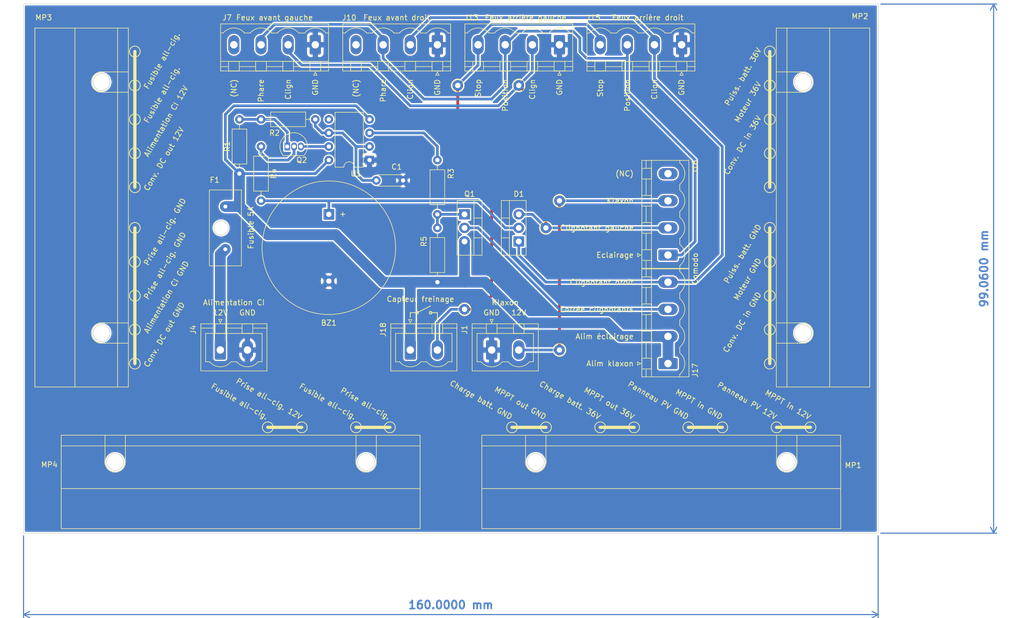
<source format=kicad_pcb>
(kicad_pcb (version 20211014) (generator pcbnew)

  (general
    (thickness 1.6)
  )

  (paper "A4")
  (layers
    (0 "F.Cu" signal)
    (31 "B.Cu" signal)
    (32 "B.Adhes" user "B.Adhesive")
    (33 "F.Adhes" user "F.Adhesive")
    (34 "B.Paste" user)
    (35 "F.Paste" user)
    (36 "B.SilkS" user "B.Silkscreen")
    (37 "F.SilkS" user "F.Silkscreen")
    (38 "B.Mask" user)
    (39 "F.Mask" user)
    (40 "Dwgs.User" user "User.Drawings")
    (41 "Cmts.User" user "User.Comments")
    (42 "Eco1.User" user "User.Eco1")
    (43 "Eco2.User" user "User.Eco2")
    (44 "Edge.Cuts" user)
    (45 "Margin" user)
    (46 "B.CrtYd" user "B.Courtyard")
    (47 "F.CrtYd" user "F.Courtyard")
    (48 "B.Fab" user)
    (49 "F.Fab" user)
    (50 "User.1" user)
    (51 "User.2" user)
    (52 "User.3" user)
    (53 "User.4" user)
    (54 "User.5" user)
    (55 "User.6" user)
    (56 "User.7" user)
    (57 "User.8" user)
    (58 "User.9" user)
  )

  (setup
    (stackup
      (layer "F.SilkS" (type "Top Silk Screen"))
      (layer "F.Paste" (type "Top Solder Paste"))
      (layer "F.Mask" (type "Top Solder Mask") (thickness 0.01))
      (layer "F.Cu" (type "copper") (thickness 0.035))
      (layer "dielectric 1" (type "core") (thickness 1.51) (material "FR4") (epsilon_r 4.5) (loss_tangent 0.02))
      (layer "B.Cu" (type "copper") (thickness 0.035))
      (layer "B.Mask" (type "Bottom Solder Mask") (thickness 0.01))
      (layer "B.Paste" (type "Bottom Solder Paste"))
      (layer "B.SilkS" (type "Bottom Silk Screen"))
      (copper_finish "None")
      (dielectric_constraints no)
    )
    (pad_to_mask_clearance 0)
    (pcbplotparams
      (layerselection 0x00010e0_ffffffff)
      (disableapertmacros false)
      (usegerberextensions false)
      (usegerberattributes true)
      (usegerberadvancedattributes true)
      (creategerberjobfile true)
      (svguseinch false)
      (svgprecision 6)
      (excludeedgelayer true)
      (plotframeref false)
      (viasonmask false)
      (mode 1)
      (useauxorigin false)
      (hpglpennumber 1)
      (hpglpenspeed 20)
      (hpglpendiameter 15.000000)
      (dxfpolygonmode true)
      (dxfimperialunits true)
      (dxfusepcbnewfont true)
      (psnegative false)
      (psa4output false)
      (plotreference true)
      (plotvalue true)
      (plotinvisibletext false)
      (sketchpadsonfab false)
      (subtractmaskfromsilk false)
      (outputformat 1)
      (mirror false)
      (drillshape 0)
      (scaleselection 1)
      (outputdirectory "")
    )
  )

  (net 0 "")
  (net 1 "GND")
  (net 2 "Net-(F1-Pad2)")
  (net 3 "Net-(D1-Pad1)")
  (net 4 "unconnected-(J7-Pad4)")
  (net 5 "unconnected-(J10-Pad4)")
  (net 6 "Net-(J10-Pad3)")
  (net 7 "Net-(J13-Pad4)")
  (net 8 "Net-(J1-Pad2)")
  (net 9 "/Flasher/Out")
  (net 10 "unconnected-(J17-Pad4)")
  (net 11 "/12V_5A")
  (net 12 "Net-(Q1-Pad1)")
  (net 13 "Net-(C1-Pad1)")
  (net 14 "Net-(D1-Pad3)")
  (net 15 "Net-(Q2-Pad1)")
  (net 16 "unconnected-(U1-Pad5)")
  (net 17 "Net-(Q2-Pad2)")
  (net 18 "/Flasher/Enable")
  (net 19 "Net-(Q2-Pad3)")
  (net 20 "Net-(R3-Pad1)")

  (footprint "circuit:Wago_221-500_SplicingConnectorHolder" (layer "F.Cu") (at 94.615 72.39 90))

  (footprint "circuit:Buzzer_25x16_12.5" (layer "F.Cu") (at 137.16 73.66 -90))

  (footprint "circuit:Strap_D2.0mm_Drill1.0mm" (layer "F.Cu") (at 172.72 49.53))

  (footprint "circuit:Wago_221-500_SplicingConnectorHolder" (layer "F.Cu") (at 120.65 120.015 180))

  (footprint "circuit:Littelfuse_FuseHolder_FL1_178.6764.0001" (layer "F.Cu") (at 117.78 76.2 -90))

  (footprint "circuit:Generic_HeaderSocket_1x02_P5.08mm_Vertical_Open" (layer "F.Cu") (at 116.84 99.06))

  (footprint "Resistor_THT:R_Axial_DIN0207_L6.3mm_D2.5mm_P10.16mm_Horizontal" (layer "F.Cu") (at 157.48 63.5 -90))

  (footprint "circuit:Generic_HeaderSocket_1x04_P5.08mm_Vertical_Open" (layer "F.Cu") (at 180.34 41.91 180))

  (footprint "Package_DIP:DIP-8_W7.62mm" (layer "F.Cu") (at 144.78 63.5 180))

  (footprint "circuit:Strap_D2.0mm_Drill1.0mm" (layer "F.Cu") (at 177.8 76.2))

  (footprint "circuit:Strap_D2.0mm_Drill1.0mm" (layer "F.Cu") (at 180.34 99.06))

  (footprint "circuit:Generic_HeaderSocket_1x04_P5.08mm_Vertical_Open" (layer "F.Cu") (at 203.2 41.91 180))

  (footprint "Package_TO_SOT_THT:TO-220-3_Vertical" (layer "F.Cu") (at 172.72 78.74 90))

  (footprint "Package_TO_SOT_THT:TO-92L_Inline" (layer "F.Cu") (at 129.38 60.96))

  (footprint "circuit:Generic_HeaderSocket_1x04_P5.08mm_Vertical_Open" (layer "F.Cu") (at 134.62 41.91 180))

  (footprint "circuit:Generic_HeaderSocket_1x04_P5.08mm_Vertical_Open" (layer "F.Cu") (at 200.66 101.6 90))

  (footprint "Resistor_THT:R_Axial_DIN0207_L6.3mm_D2.5mm_P10.16mm_Horizontal" (layer "F.Cu") (at 157.48 86.36 90))

  (footprint "circuit:Wago_221-500_SplicingConnectorHolder" (layer "F.Cu") (at 225.933 72.39 -90))

  (footprint "Resistor_THT:R_Axial_DIN0207_L6.3mm_D2.5mm_P10.16mm_Horizontal" (layer "F.Cu") (at 124.46 60.96 -90))

  (footprint "circuit:Strap_D2.0mm_Drill1.0mm" (layer "F.Cu") (at 162.56 91.44))

  (footprint "Resistor_THT:R_Axial_DIN0207_L6.3mm_D2.5mm_P10.16mm_Horizontal" (layer "F.Cu") (at 120.42 66.04 90))

  (footprint "Resistor_THT:R_Axial_DIN0207_L6.3mm_D2.5mm_P10.16mm_Horizontal" (layer "F.Cu") (at 124.46 55.88))

  (footprint "circuit:Strap_D2.0mm_Drill1.0mm" (layer "F.Cu") (at 180.34 71.12))

  (footprint "Capacitor_THT:C_Disc_D4.3mm_W1.9mm_P5.00mm" (layer "F.Cu") (at 146.05 67.31))

  (footprint "circuit:Strap_D2.0mm_Drill1.0mm" (layer "F.Cu") (at 161.29 49.53))

  (footprint "circuit:Generic_HeaderSocket_1x02_P5.08mm_Vertical_Open" (layer "F.Cu") (at 167.64 99.06))

  (footprint "circuit:Wago_221-500_SplicingConnectorHolder" (layer "F.Cu") (at 199.39 120.015 180))

  (footprint "circuit:Generic_HeaderSocket_1x02_P5.08mm_Vertical_Open" (layer "F.Cu") (at 152.4 99.06))

  (footprint "circuit:Generic_HeaderSocket_1x04_P5.08mm_Vertical_Open" (layer "F.Cu") (at 200.66 81.28 90))

  (footprint "Package_TO_SOT_THT:TO-220-3_Vertical" (layer "F.Cu") (at 162.56 73.66 -90))

  (footprint "circuit:Generic_HeaderSocket_1x04_P5.08mm_Vertical_Open" (layer "F.Cu") (at 157.48 41.91 180))

  (gr_circle (center 219.71 43.18) (end 219.71 44.196) (layer "F.SilkS") (width 0.15) (fill none) (tstamp 00cc452e-ba96-4e88-af55-18733b4ebc37))
  (gr_line (start 153.67 92.075) (end 156.21 90.805) (layer "F.SilkS") (width 0.15) (tstamp 037ebb6b-c1e3-482d-a0fb-4947fbe14174))
  (gr_circle (center 227.33 113.538) (end 228.346 113.538) (layer "F.SilkS") (width 0.15) (fill none) (tstamp 055fcf87-c6aa-4d3a-b430-5d09e34b74e5))
  (gr_circle (center 100.838 82.55) (end 100.838 83.566) (layer "F.SilkS") (width 0.15) (fill none) (tstamp 0b32eb5e-cf7d-4f91-a80b-b69cb363145f))
  (gr_circle (center 100.838 55.88) (end 100.838 56.896) (layer "F.SilkS") (width 0.15) (fill none) (tstamp 0d55e7a3-dc43-43c6-9a9a-2009d8d31a46))
  (gr_circle (center 219.71 101.6) (end 219.71 102.616) (layer "F.SilkS") (width 0.15) (fill none) (tstamp 0e0ef8f7-8f11-42c6-a45f-df3b4592f844))
  (gr_circle (center 100.838 76.2) (end 100.838 77.216) (layer "F.SilkS") (width 0.15) (fill none) (tstamp 1c60a30a-615f-448b-a49b-d8cc700366e8))
  (gr_circle (center 219.71 55.88) (end 219.71 56.896) (layer "F.SilkS") (width 0.15) (fill none) (tstamp 1eb217a3-880e-4df2-9811-286c14ac7f74))
  (gr_circle (center 100.838 49.53) (end 100.838 50.546) (layer "F.SilkS") (width 0.15) (fill none) (tstamp 21c33e54-0519-410a-b68d-8ed076ea3b1e))
  (gr_circle (center 219.71 95.25) (end 219.71 96.266) (layer "F.SilkS") (width 0.15) (fill none) (tstamp 22f715ec-100a-4c8e-ab3e-fe94307aa39f))
  (gr_line (start 152.4 92.075) (end 153.67 92.075) (layer "F.SilkS") (width 0.15) (tstamp 2665a517-cfa8-4700-85c7-f742ee9f908d))
  (gr_line (start 219.71 101.6) (end 219.71 76.2) (layer "F.SilkS") (width 0.6) (tstamp 267ab17e-424b-4c5b-bf96-65deaaa5db5d))
  (gr_line (start 171.45 113.538) (end 177.8 113.538) (layer "F.SilkS") (width 0.6) (tstamp 276e2239-1b6d-4c52-a207-9385ed3216ee))
  (gr_circle (center 204.47 113.538) (end 204.47 114.554) (layer "F.SilkS") (width 0.15) (fill none) (tstamp 30a29d66-4141-4259-8081-d6952d8bac58))
  (gr_line (start 152.4 92.964) (end 152.4 92.075) (layer "F.SilkS") (width 0.15) (tstamp 317163f5-2dcf-44f7-ad22-042c6ecaf6a0))
  (gr_circle (center 219.71 76.2) (end 219.71 77.216) (layer "F.SilkS") (width 0.15) (fill none) (tstamp 3415d0f1-a5ec-4da2-977b-59cdf177a34e))
  (gr_circle (center 153.67 92.075) (end 153.67 92.329) (layer "F.SilkS") (width 0.15) (fill none) (tstamp 3ba68855-4f8b-4d02-b57a-7a757e623ac6))
  (gr_line (start 157.48 93.726) (end 157.48 92.075) (layer "F.SilkS") (width 0.15) (tstamp 4884cbfa-0b58-4e04-88a2-8b0679a49cfe))
  (gr_circle (center 177.8 113.538) (end 178.816 113.538) (layer "F.SilkS") (width 0.15) (fill none) (tstamp 4ae8d5b6-ac5e-42d2-b8f3-c8cc021daa80))
  (gr_circle (center 100.838 62.23) (end 100.838 63.246) (layer "F.SilkS") (width 0.15) (fill none) (tstamp 51e3ee0a-facb-4db4-9532-340a50f8f1f2))
  (gr_circle (center 210.82 113.538) (end 211.836 113.538) (layer "F.SilkS") (width 0.15) (fill none) (tstamp 556aaf9d-07f6-43f6-8fc0-4e9785c941f1))
  (gr_circle (center 100.838 101.6) (end 100.838 102.616) (layer "F.SilkS") (width 0.15) (fill none) (tstamp 5bf0cce5-0f16-48e1-8027-73d52d0770a7))
  (gr_line (start 156.21 92.075) (end 157.48 92.075) (layer "F.SilkS") (width 0.15) (tstamp 64594d5f-3d87-4b12-b761-9dd43370d25f))
  (gr_line (start 100.838 101.6) (end 100.838 76.2) (layer "F.SilkS") (width 0.6) (tstamp 6880ab3e-a6aa-4a14-9152-a9eb9358d1fc))
  (gr_circle (center 148.59 113.538) (end 149.606 113.538) (layer "F.SilkS") (width 0.15) (fill none) (tstamp 6a0bff84-e9d8-41a3-aabe-ad4db7905799))
  (gr_circle (center 156.21 92.075) (end 156.21 92.329) (layer "F.SilkS") (width 0.15) (fill none) (tstamp 70832878-fccb-4304-88d0-2e6b8d58c95c))
  (gr_line (start 125.73 113.538) (end 132.08 113.538) (layer "F.SilkS") (width 0.6) (tstamp 762ff740-3b01-4bc8-872a-9874ec8e35e1))
  (gr_circle (center 219.71 62.23) (end 219.71 63.246) (layer "F.SilkS") (width 0.15) (fill none) (tstamp 82d429c8-e93d-4f0a-b38e-c4998fc025d4))
  (gr_circle (center 219.71 88.9) (end 219.71 89.916) (layer "F.SilkS") (width 0.15) (fill none) (tstamp 8c73b2a6-3a37-44e3-a20a-4d59420eda58))
  (gr_circle (center 132.08 113.538) (end 133.096 113.538) (layer "F.SilkS") (width 0.15) (fill none) (tstamp 8c76b169-ab5a-4294-b011-8cc6dbfede52))
  (gr_line (start 142.24 113.538) (end 148.59 113.538) (layer "F.SilkS") (width 0.6) (tstamp 91be0c4d-31d3-4e82-bf1f-77f12a0724d3))
  (gr_circle (center 100.838 68.58) (end 100.838 69.596) (layer "F.SilkS") (width 0.15) (fill none) (tstamp 92debe54-aa60-4d78-93c4-7bed450025c3))
  (gr_circle (center 187.96 113.538) (end 187.96 114.554) (layer "F.SilkS") (width 0.15) (fill none) (tstamp 9e269d91-7d17-4c00-b467-153271320d02))
  (gr_line (start 204.47 113.538) (end 210.82 113.538) (layer "F.SilkS") (width 0.6) (tstamp 9f5f49d5-5120-4673-b032-f8b828707780))
  (gr_circle (center 219.71 68.58) (end 219.71 69.596) (layer "F.SilkS") (width 0.15) (fill none) (tstamp ae522db0-de0e-46c6-a5db-2a3e5dc1e2c8))
  (gr_line (start 187.96 113.538) (end 194.31 113.538) (layer "F.SilkS") (width 0.6) (tstamp b9dd1e64-81b6-4cb3-a41a-714927a1f651))
  (gr_line (start 220.98 113.538) (end 227.33 113.538) (layer "F.SilkS") (width 0.6) (tstamp bd1578a3-4a14-4bd9-bd84-0de04e146746))
  (gr_line (start 219.71 68.58) (end 219.71 43.18) (layer "F.SilkS") (width 0.6) (tstamp c385224b-423f-40f8-919d-7bb5706505b4))
  (gr_circle (center 100.838 43.18) (end 100.838 44.196) (layer "F.SilkS") (width 0.15) (fill none) (tstamp c52275f8-949a-4fec-91e2-a5d4834b2abf))
  (gr_circle (center 194.31 113.538) (end 195.326 113.538) (layer "F.SilkS") (width 0.15) (fill none) (tstamp c623ebf3-b72b-47a6-99f0-44d878243028))
  (gr_circle (center 142.24 113.538) (end 142.24 114.554) (layer "F.SilkS") (width 0.15) (fill none) (tstamp d76ff1a7-35b0-4008-84bc-2c8ee966a14c))
  (gr_circle (center 219.71 82.55) (end 219.71 83.566) (layer "F.SilkS") (width 0.15) (fill none) (tstamp dd06bd11-c251-457b-b962-c3f96bc19116))
  (gr_circle (center 100.838 95.25) (end 100.838 96.266) (layer "F.SilkS") (width 0.15) (fill none) (tstamp e0a52752-2d8f-477c-9516-b9400a50c85b))
  (gr_line (start 100.838 68.58) (end 100.838 43.18) (layer "F.SilkS") (width 0.6) (tstamp e16a7896-6132-41a2-88b1-6a30824e02f1))
  (gr_circle (center 219.71 49.53) (end 219.71 50.546) (layer "F.SilkS") (width 0.15) (fill none) (tstamp e613b6cd-fa9d-4fee-b77c-739df61b24e7))
  (gr_circle (center 125.73 113.538) (end 125.73 114.554) (layer "F.SilkS") (width 0.15) (fill none) (tstamp ec541a50-51a5-45b4-bd93-6dc3c5da4675))
  (gr_circle (center 171.45 113.538) (end 171.45 114.554) (layer "F.SilkS") (width 0.15) (fill none) (tstamp f896295d-a092-487a-b396-fb2265acf685))
  (gr_circle (center 220.98 113.538) (end 220.98 114.554) (layer "F.SilkS") (width 0.15) (fill none) (tstamp f96da55c-37fd-441a-97cf-2faa4effb06f))
  (gr_circle (center 100.838 88.9) (end 100.838 89.916) (layer "F.SilkS") (width 0.15) (fill none) (tstamp ff786ef8-333e-498b-b6d9-09fa2cc3b86f))
  (gr_rect (start 80 34.29) (end 240 133.35) (layer "Edge.Cuts") (width 0.1) (fill none) (tstamp baf93642-2aff-4fc6-b370-4199fa085aee))
  (gr_text "Entrée clignotants" (at 194.31 91.44) (layer "F.SilkS") (tstamp 009327c0-15ee-46e8-892a-58efec518749)
    (effects (font (size 1 1) (thickness 0.15)) (justify right))
  )
  (gr_text "Puiss. batt. 36V" (at 217.805 42.545 60) (layer "F.SilkS") (tstamp 0179d269-e1dc-4937-a3ba-dc7abdc5a4b8)
    (effects (font (size 1 1) (thickness 0.15)) (justify right))
  )
  (gr_text "Capteur freinage" (at 154.305 89.535) (layer "F.SilkS") (tstamp 10f0e3a0-addc-4d65-a2d4-724846e23a5f)
    (effects (font (size 1 1) (thickness 0.15)))
  )
  (gr_text "MPPT in GND" (at 210.82 111.76 330) (layer "F.SilkS") (tstamp 12b35428-8b71-4e7d-bfce-e55e30306b03)
    (effects (font (size 1 1) (thickness 0.15)) (justify right))
  )
  (gr_text "GND" (at 167.64 92.075) (layer "F.SilkS") (tstamp 12d9dba3-877d-4c21-a5de-a6d93121bc35)
    (effects (font (size 1 1) (thickness 0.15)))
  )
  (gr_text "MPPT out 36V" (at 194.31 111.76 330) (layer "F.SilkS") (tstamp 13bbd547-101b-46f3-94a0-1df1740595c5)
    (effects (font (size 1 1) (thickness 0.15)) (justify right))
  )
  (gr_text "Fusible 5A" (at 122.555 76.2 90) (layer "F.SilkS") (tstamp 1544f11d-aee5-4f7d-8a2a-3a2ade2a123d)
    (effects (font (size 1 1) (thickness 0.15)))
  )
  (gr_text "Klaxon" (at 170.18 90.17) (layer "F.SilkS") (tstamp 181f8ef5-8c40-480c-9ede-6f3c7b5ce2ff)
    (effects (font (size 1 1) (thickness 0.15)))
  )
  (gr_text "GND" (at 121.92 92.075) (layer "F.SilkS") (tstamp 184e2e09-0552-4371-9e84-9ca65c6d6146)
    (effects (font (size 1 1) (thickness 0.15)))
  )
  (gr_text "Charge batt. 36V" (at 187.96 111.76 330) (layer "F.SilkS") (tstamp 2069bd85-f5ab-4eeb-82ac-ac9ee9e228da)
    (effects (font (size 1 1) (thickness 0.15)) (justify right))
  )
  (gr_text "Prise all-cig. 12V" (at 132.08 111.76 330) (layer "F.SilkS") (tstamp 21b0bf50-46d5-4c49-8311-ed3f6264e51e)
    (effects (font (size 1 1) (thickness 0.15)) (justify right))
  )
  (gr_text "MPPT out GND" (at 177.8 111.76 330) (layer "F.SilkS") (tstamp 29a589e5-3dc9-406d-8d03-2e70186b2e09)
    (effects (font (size 1 1) (thickness 0.15)) (justify right))
  )
  (gr_text "Clignotant droit" (at 194.31 86.36) (layer "F.SilkS") (tstamp 29d90419-1132-4a2b-970e-b0eccfab1cf9)
    (effects (font (size 1 1) (thickness 0.15)) (justify right))
  )
  (gr_text "GND" (at 134.62 48.26 90) (layer "F.SilkS") (tstamp 2c926ee1-e3c9-40cf-95b9-6c82dc648463)
    (effects (font (size 1 1) (thickness 0.15)) (justify right))
  )
  (gr_text "GND" (at 157.48 48.26 90) (layer "F.SilkS") (tstamp 33c457be-7434-4972-9b74-59a2a75dfe1f)
    (effects (font (size 1 1) (thickness 0.15)) (justify right))
  )
  (gr_text "12V" (at 172.72 92.075) (layer "F.SilkS") (tstamp 3464ffab-61f6-4506-aa32-74780900afde)
    (effects (font (size 1 1) (thickness 0.15)))
  )
  (gr_text "Conv. DC in GND" (at 217.805 88.265 60) (layer "F.SilkS") (tstamp 354f4214-25cc-4c1c-af90-691b93e325f6)
    (effects (font (size 1 1) (thickness 0.15)) (justify right))
  )
  (gr_text "Fusible all-cig." (at 142.24 111.76 330) (layer "F.SilkS") (tstamp 36a31b89-4d85-42e0-a55c-c839a34f9025)
    (effects (font (size 1 1) (thickness 0.15)) (justify right))
  )
  (gr_text "Fusible all-cig." (at 125.73 111.76 330) (layer "F.SilkS") (tstamp 39e7c3a6-7728-4532-abb1-94c7cefee84c)
    (effects (font (size 1 1) (thickness 0.15)) (justify right))
  )
  (gr_text "Conv. DC out 12V" (at 102.87 69.215 60) (layer "F.SilkS") (tstamp 4430018d-167b-42c4-88a6-aec09ab96fc1)
    (effects (font (size 1 1) (thickness 0.15)) (justify left))
  )
  (gr_text "Feux avant gauche" (at 127 36.83) (layer "F.SilkS") (tstamp 479e96c7-febe-46ff-b0f9-4ff5069df68d)
    (effects (font (size 1 1) (thickness 0.15)))
  )
  (gr_text "Feux arrière gauche" (at 173.99 36.83) (layer "F.SilkS") (tstamp 5050200a-ec68-42b1-b377-093dec82d41a)
    (effects (font (size 1 1) (thickness 0.15)))
  )
  (gr_text "Clign" (at 175.26 48.26 90) (layer "F.SilkS") (tstamp 5a15157a-7512-4e5c-84d4-469b0cf5e59f)
    (effects (font (size 1 1) (thickness 0.15)) (justify right))
  )
  (gr_text "Clignotant gauche" (at 194.31 76.2) (layer "F.SilkS") (tstamp 5fdd986d-182f-4920-a3f2-bb498f06298c)
    (effects (font (size 1 1) (thickness 0.15)) (justify right))
  )
  (gr_text "Panneau PV GND" (at 204.47 111.76 330) (layer "F.SilkS") (tstamp 61f9941f-5166-4352-a2f2-5b11a6cad889)
    (effects (font (size 1 1) (thickness 0.15)) (justify right))
  )
  (gr_text "Alimentation CI 12V" (at 102.87 62.865 60) (layer "F.SilkS") (tstamp 65a57779-4789-40b5-bd5a-fe715e8093a8)
    (effects (font (size 1 1) (thickness 0.15)) (justify left))
  )
  (gr_text "12V" (at 116.84 92.075) (layer "F.SilkS") (tstamp 67d847b8-f92c-4347-addf-84d787c4ca95)
    (effects (font (size 1 1) (thickness 0.15)))
  )
  (gr_text "Prise all-cig. GND" (at 102.87 83.185 60) (layer "F.SilkS") (tstamp 6eff0d18-74e4-4ad2-b719-69c3c845f121)
    (effects (font (size 1 1) (thickness 0.15)) (justify left))
  )
  (gr_text "Clign" (at 198.12 48.26 90) (layer "F.SilkS") (tstamp 700b58be-56ba-4cb7-a015-f3877f13d200)
    (effects (font (size 1 1) (thickness 0.15)) (justify right))
  )
  (gr_text "Alimentation CI GND" (at 102.87 95.885 60) (layer "F.SilkS") (tstamp 71182d09-709a-47f7-b7f3-dac75ae64276)
    (effects (font (size 1 1) (thickness 0.15)) (justify left))
  )
  (gr_text "Charge batt. GND" (at 171.45 111.76 330) (layer "F.SilkS") (tstamp 714110b5-09b5-4edb-8143-6d8636562c61)
    (effects (font (size 1 1) (thickness 0.15)) (justify right))
  )
  (gr_text "Stop" (at 165.1 48.26 90) (layer "F.SilkS") (tstamp 722c265d-2783-4131-9fa5-c3608639bdec)
    (effects (font (size 1 1) (thickness 0.15)) (justify right))
  )
  (gr_text "Prise all-cig. GND" (at 102.87 89.535 60) (layer "F.SilkS") (tstamp 7672544e-9c7f-4530-bed9-ccbf1fc792e2)
    (effects (font (size 1 1) (thickness 0.15)) (justify left))
  )
  (gr_text "(NC)" (at 142.24 48.26 90) (layer "F.SilkS") (tstamp 81670fe2-cb26-430f-b727-4812bc9dcec2)
    (effects (font (size 1 1) (thickness 0.15)) (justify right))
  )
  (gr_text "Clign" (at 152.4 48.26 90) (layer "F.SilkS") (tstamp 85a06cc9-afdf-41f7-b124-edeaa893efac)
    (effects (font (size 1 1) (thickness 0.15)) (justify right))
  )
  (gr_text "Clign" (at 129.54 48.26 90) (layer "F.SilkS") (tstamp 8e752887-0b98-4c6b-b65f-b332ae9a9362)
    (effects (font (size 1 1) (thickness 0.15)) (justify right))
  )
  (gr_text "Feux arrière droit" (at 196.85 36.83) (layer "F.SilkS") (tstamp 922a98d4-aa77-4c67-b89f-e480c6ae99db)
    (effects (font (size 1 1) (thickness 0.15)))
  )
  (gr_text "Fusible all-cig." (at 102.87 56.515 60) (layer "F.SilkS") (tstamp 93c27926-85d0-4404-b295-380ef1e37ac5)
    (effects (font (size 1 1) (thickness 0.15)) (justify left))
  )
  (gr_text "Position" (at 170.18 48.26 90) (layer "F.SilkS") (tstamp 9403f260-da8c-45a7-9c0e-fdad94d66a10)
    (effects (font (size 1 1) (thickness 0.15)) (justify right))
  )
  (gr_text "Phare" (at 147.32 48.26 90) (layer "F.SilkS") (tstamp 94258d65-465f-472b-ac8e-490f605ed077)
    (effects (font (size 1 1) (thickness 0.15)) (justify right))
  )
  (gr_text "Moteur GND" (at 217.805 81.915 60) (layer "F.SilkS") (tstamp 9a6087f4-bc8b-43cd-8846-40fb689372eb)
    (effects (font (size 1 1) (thickness 0.15)) (justify right))
  )
  (gr_text "Alim éclairage" (at 194.31 96.52) (layer "F.SilkS") (tstamp ac9c7750-93d2-41f0-97bd-67093134d658)
    (effects (font (size 1 1) (thickness 0.15)) (justify right))
  )
  (gr_text "MPPT in 12V" (at 227.33 111.76 330) (layer "F.SilkS") (tstamp ae97602b-c29e-4540-95a0-a90ab7fb8a31)
    (effects (font (size 1 1) (thickness 0.15)) (justify right))
  )
  (gr_text "Feux avant droit" (at 149.86 36.83) (layer "F.SilkS") (tstamp b2f15d2e-8ab4-4101-9c07-858be9e8e3b8)
    (effects (font (size 1 1) (thickness 0.15)))
  )
  (gr_text "Eclairage" (at 194.31 81.28) (layer "F.SilkS") (tstamp be57702c-5815-47a9-b9b9-e783c8223dc9)
    (effects (font (size 1 1) (thickness 0.15)) (justify right))
  )
  (gr_text "Phare" (at 124.46 48.26 90) (layer "F.SilkS") (tstamp bf17cf21-f1a8-4a6b-80a7-084e7c3b2eb1)
    (effects (font (size 1 1) (thickness 0.15)) (justify right))
  )
  (gr_text "Panneau PV 12V" (at 220.98 111.76 330) (layer "F.SilkS") (tstamp c002088f-cfde-4354-822c-968e274e8262)
    (effects (font (size 1 1) (thickness 0.15)) (justify right))
  )
  (gr_text "Stop" (at 187.96 48.26 90) (layer "F.SilkS") (tstamp c097cb44-de61-4987-b402-80ee892def3d)
    (effects (font (size 1 1) (thickness 0.15)) (justify right))
  )
  (gr_text "Moteur 36V" (at 217.805 48.895 60) (layer "F.SilkS") (tstamp c343e982-c378-429e-a351-6bb7a503e83b)
    (effects (font (size 1 1) (thickness 0.15)) (justify right))
  )
  (gr_text "(NC)" (at 194.31 66.04) (layer "F.SilkS") (tstamp c37607ba-c9a9-4b49-9c6b-40e258059f1a)
    (effects (font (size 1 1) (thickness 0.15)) (justify right))
  )
  (gr_text "Klaxon" (at 194.31 71.12) (layer "F.SilkS") (tstamp c62e4f50-4d66-4232-b6e1-c4686e60ff45)
    (effects (font (size 1 1) (thickness 0.15)) (justify right))
  )
  (gr_text "Alimentation CI" (at 119.38 90.17) (layer "F.SilkS") (tstamp d185276d-52f9-43b2-b205-1ad3d64318ab)
    (effects (font (size 1 1) (thickness 0.15)))
  )
  (gr_text "Conv. DC in 36V" (at 217.805 55.245 60) (layer "F.SilkS") (tstamp d6b3a406-6bda-477d-9ab9-2d46febf82b0)
    (effects (font (size 1 1) (thickness 0.15)) (justify right))
  )
  (gr_text "Alim klaxon" (at 194.31 101.6) (layer "F.SilkS") (tstamp d6dba4b6-cc89-47bc-8a8e-f65dc0b05f49)
    (effects (font (size 1 1) (thickness 0.15)) (justify right))
  )
  (gr_text "Conv. DC out GND" (at 102.87 102.235 60) (layer "F.SilkS") (tstamp d76d4d60-7c6c-4800-9139-422dfceee3ab)
    (effects (font (size 1 1) (thickness 0.15)) (justify left))
  )
  (gr_text "Position" (at 193.04 48.26 90) (layer "F.SilkS") (tstamp d996caa2-9490-43a7-b6d5-be6ef90f2813)
    (effects (font (size 1 1) (thickness 0.15)) (justify right))
  )
  (gr_text "Fusible all-cig." (at 102.87 50.165 60) (layer "F.SilkS") (tstamp dab41d0b-79b2-4449-b22f-6c5c4e5e953e)
    (effects (font (size 1 1) (thickness 0.15)) (justify left))
  )
  (gr_text "Comodo" (at 205.74 83.82 90) (layer "F.SilkS") (tstamp dbb9f5e6-2e8f-4c85-afe4-940d2c33e0c6)
    (effects (font (size 1 1) (thickness 0.15)))
  )
  (gr_text "(NC)" (at 119.38 48.26 90) (layer "F.SilkS") (tstamp e6c921ac-e5b4-4c56-a84a-39691a60427d)
    (effects (font (size 1 1) (thickness 0.15)) (justify right))
  )
  (gr_text "GND" (at 203.2 48.26 90) (layer "F.SilkS") (tstamp f06d498b-d592-47e6-b472-036a273bf9fc)
    (effects (font (size 1 1) (thickness 0.15)) (justify right))
  )
  (gr_text "Puiss. batt. GND" (at 217.805 75.565 60) (layer "F.SilkS") (tstamp f2a68f75-7097-4d14-aa83-0930ed3879c2)
    (effects (font (size 1 1) (thickness 0.15)) (justify right))
  )
  (gr_text "Prise all-cig." (at 148.59 111.76 330) (layer "F.SilkS") (tstamp f5ae01be-f92f-46e1-93d8-12890137dba7)
    (effects (font (size 1 1) (thickness 0.15)) (justify right))
  )
  (gr_text "GND" (at 180.34 48.26 90) (layer "F.SilkS") (tstamp f9a58e77-e2ef-4d43-91c6-174b5c2ccb7e)
    (effects (font (size 1 1) (thickness 0.15)) (justify right))
  )
  (dimension (type aligned) (layer "B.Cu") (tstamp 4e1f1c92-8a9a-4ed5-bef2-e21d317891d9)
    (pts (xy 240 133.35) (xy 80 133.35))
    (height -15.24)
    (gr_text "160.0000 mm" (at 160 146.79) (layer "B.Cu") (tstamp 4e1f1c92-8a9a-4ed5-bef2-e21d317891d9)
      (effects (font (size 1.5 1.5) (thickness 0.3)))
    )
    (format (units 3) (units_format 1) (precision 4))
    (style (thickness 0.2) (arrow_length 1.27) (text_position_mode 0) (extension_height 0.58642) (extension_offset 0.5) keep_text_aligned)
  )
  (dimension (type aligned) (layer "B.Cu") (tstamp 7b10cdd2-34ca-4948-92f5-f31747f57471)
    (pts (xy 240 133.35) (xy 240 34.29))
    (height 21.62)
    (gr_text "99.0600 mm" (at 259.82 83.82 90) (layer "B.Cu") (tstamp 7b10cdd2-34ca-4948-92f5-f31747f57471)
      (effects (font (size 1.5 1.5) (thickness 0.3)))
    )
    (format (units 3) (units_format 1) (precision 4))
    (style (thickness 0.2) (arrow_length 1.27) (text_position_mode 0) (extension_height 0.58642) (extension_offset 0.5) keep_text_aligned)
  )

  (segment (start 116.84 81.14) (end 117.78 80.2) (width 2.032) (layer "B.Cu") (net 2) (tstamp 5c00ef32-89e2-4b31-b097-14aee8989fe3))
  (segment (start 116.84 99.06) (end 116.84 81.14) (width 2.032) (layer "B.Cu") (net 2) (tstamp bbbcfb12-5a4f-4946-9dfa-822d6c963ee0))
  (segment (start 194.31 36.83) (end 198.12 40.64) (width 0.508) (layer "B.Cu") (net 3) (tstamp 1b047a7a-a238-454e-8160-caa19366d198))
  (segment (start 205.74 86.36) (end 200.66 86.36) (width 0.508) (layer "B.Cu") (net 3) (tstamp 4873c0fa-f9f4-4a3b-9e55-0e4de707f919))
  (segment (start 172.72 81.28) (end 177.8 86.36) (width 0.508) (layer "B.Cu") (net 3) (tstamp 5b587f90-2ad8-407c-9476-dfad5d3d8252))
  (segment (start 210.82 81.28) (end 205.74 86.36) (width 0.508) (layer "B.Cu") (net 3) (tstamp 64ccd70d-4c42-4d87-b1d7-1d1154eb1bf7))
  (segment (start 210.82 60.96) (end 210.82 81.28) (width 0.508) (layer "B.Cu") (net 3) (tstamp 851ffa4c-999e-40ab-8ec3-13cd54cd130e))
  (segment (start 172.72 81.28) (end 172.72 78.74) (width 0.508) (layer "B.Cu") (net 3) (tstamp a692b0f7-add8-4118-ae2f-a8afd0a941ca))
  (segment (start 198.12 48.26) (end 210.82 60.96) (width 0.508) (layer "B.Cu") (net 3) (tstamp c704064f-8ed8-4316-8476-f78b187c2d23))
  (segment (start 152.4 40.64) (end 156.21 36.83) (width 0.508) (layer "B.Cu") (net 3) (tstamp cda60d67-cfbe-4899-8113-a44ae70f988a))
  (segment (start 200.66 86.36) (end 177.8 86.36) (width 0.508) (layer "B.Cu") (net 3) (tstamp d02ee71b-f32a-4785-b7c1-5c1bfa3a05ae))
  (segment (start 156.21 36.83) (end 194.31 36.83) (width 0.508) (layer "B.Cu") (net 3) (tstamp daf8d8a4-007f-4463-bbf7-b3835163dda3))
  (segment (start 198.12 41.91) (end 198.12 48.26) (width 0.508) (layer "B.Cu") (net 3) (tstamp e109767f-388d-43c7-b385-1f370cf9d589))
  (segment (start 200.66 81.28) (end 203.2 81.28) (width 0.508) (layer "B.Cu") (net 6) (tstamp 03e25e78-de0a-43c9-be9d-f1bda354831a))
  (segment (start 184.15 40.64) (end 184.15 43.18) (width 0.508) (layer "B.Cu") (net 6) (tstamp 05fe1016-7f24-412c-8dd8-9bea47170f8e))
  (segment (start 182.88 39.37) (end 184.15 40.64) (width 0.508) (layer "B.Cu") (net 6) (tstamp 0e1255eb-10f5-49d6-8156-ccbdbba5aff5))
  (segment (start 124.46 40.64) (end 127 38.1) (width 0.508) (layer "B.Cu") (net 6) (tstamp 34f760b4-3847-4c4d-8d8d-4e22a8b71931))
  (segment (start 170.18 49.53) (end 167.64 52.07) (width 0.508) (layer "B.Cu") (net 6) (tstamp 35cf3ed3-d609-4b6f-8925-bdeb5ede55ff))
  (segment (start 167.64 52.07) (end 154.94 52.07) (width 0.508) (layer "B.Cu") (net 6) (tstamp 3f27a0ba-06ae-41fa-a3a8-e484448faffd))
  (segment (start 205.74 78.74) (end 205.74 63.5) (width 0.508) (layer "B.Cu") (net 6) (tstamp 48a0fe0d-de3e-4dd5-b912-a6f011b575a2))
  (segment (start 185.42 44.45) (end 193.04 44.45) (width 0.508) (layer "B.Cu") (net 6) (tstamp 50dfe92c-d161-4d6b-8eb1-ba6b65778db0))
  (segment (start 127 38.1) (end 144.78 38.1) (width 0.508) (layer "B.Cu") (net 6) (tstamp 57949ec2-2d6c-46b1-91e4-7d08848f1caf))
  (segment (start 147.32 44.45) (end 154.94 52.07) (width 0.508) (layer "B.Cu") (net 6) (tstamp 57b49646-1da2-4074-a7d9-e344547f344d))
  (segment (start 205.74 63.5) (end 193.04 50.8) (width 0.508) (layer "B.Cu") (net 6) (tstamp 5ac26372-c244-46d2-960a-5df174e80e8d))
  (segment (start 170.18 41.91) (end 172.72 39.37) (width 0.508) (layer "B.Cu") (net 6) (tstamp 5bffe957-7e04-4cd6-b36c-905bebbace62))
  (segment (start 172.72 39.37) (end 182.88 39.37) (width 0.508) (layer "B.Cu") (net 6) (tstamp 82e8a220-a39e-4eb6-b33c-ff121d9860d5))
  (segment (start 193.04 50.8) (end 193.04 44.45) (width 0.508) (layer "B.Cu") (net 6) (tstamp 8f95b7ff-5c40-410e-8fcc-a6c2474a9457))
  (segment (start 144.78 38.1) (end 147.32 40.64) (width 0.508) (layer "B.Cu") (net 6) (tstamp 998adf27-3512-4a25-a92d-f129f7da6074))
  (segment (start 193.04 44.45) (end 193.04 40.64) (width 0.508) (layer "B.Cu") (net 6) (tstamp a9eee6db-ef91-4896-87a5-14576d80b0ae))
  (segment (start 170.18 41.91) (end 170.18 49.53) (width 0.508) (layer "B.Cu") (net 6) (tstamp b99290c2-6f32-41e2-afff-748cb8db7787))
  (segment (start 147.32 44.45) (end 147.32 41.91) (width 0.508) (layer "B.Cu") (net 6) (tstamp ee2f5d29-0b85-43e7-b3e2-0ea7793b7fca))
  (segment (start 203.2 81.28) (end 205.74 78.74) (width 0.508) (layer "B.Cu") (net 6) (tstamp ef4df4a1-07b2-4a92-87d5-495975714946))
  (segment (start 184.15 43.18) (end 185.42 44.45) (width 0.508) (layer "B.Cu") (net 6) (tstamp fc5e65ee-80f1-4e2e-a8fd-410525239d57))
  (segment (start 167.64 88.9) (end 167.64 63.5) (width 0.508) (layer "F.Cu") (net 7) (tstamp 4e4412b9-c0ee-4fdc-b9cf-345eafb00139))
  (segment (start 165.1 91.44) (end 167.64 88.9) (width 0.508) (layer "F.Cu") (net 7) (tstamp 751946b9-3695-425d-a3e1-bb4bf56f3a95))
  (segment (start 167.64 63.5) (end 161.29 57.15) (width 0.508) (layer "F.Cu") (net 7) (tstamp 929429d7-dbb0-479a-bc72-774154939f15))
  (segment (start 162.56 91.44) (end 165.1 91.44) (width 0.508) (layer "F.Cu") (net 7) (tstamp aa7a1463-5f69-4720-b0a3-f490e61a6372))
  (segment (start 161.29 57.15) (end 161.29 49.53) (width 0.508) (layer "F.Cu") (net 7) (tstamp d439dd61-5921-443f-b481-ccdaf8b00724))
  (segment (start 185.42 38.1) (end 187.96 40.64) (width 0.508) (layer "B.Cu") (net 7) (tstamp 180c0a2e-c9e6-46d6-984b-e682d0446a26))
  (segment (start 165.1 45.72) (end 165.1 41.91) (width 0.508) (layer "B.Cu") (net 7) (tstamp 2544ab90-702a-4571-baca-20aad00ca95b))
  (segment (start 165.1 40.64) (end 167.64 38.1) (width 0.508) (layer "B.Cu") (net 7) (tstamp 904625df-6fca-45d3-86d5-eb2ef3cf357d))
  (segment (start 157.48 99.06) (end 157.48 93.98) (width 0.508) (layer "B.Cu") (net 7) (tstamp a1104868-2d82-4b80-9223-b93dbd0f3aa8))
  (segment (start 161.29 49.53) (end 165.1 45.72) (width 0.508) (layer "B.Cu") (net 7) (tstamp aaf085b3-6514-49d2-8ae3-b803085a48d6))
  (segment (start 167.64 38.1) (end 185.42 38.1) (width 0.508) (layer "B.Cu") (net 7) (tstamp b17bf977-72d6-44fc-9735-73102af16fbb))
  (segment (start 160.02 91.44) (end 162.56 91.44) (width 0.508) (layer "B.Cu") (net 7) (tstamp c4f029d7-7d53-49f5-b580-7aab1eb73184))
  (segment (start 157.48 93.98) (end 160.02 91.44) (width 0.508) (layer "B.Cu") (net 7) (tstamp dd54f6a5-27ae-4b4b-8e0a-717c2b7f4801))
  (segment (start 180.34 71.12) (end 180.34 99.06) (width 0.508) (layer "F.Cu") (net 8) (tstamp fc586361-934b-48b1-8167-21afb98bfced))
  (segment (start 172.72 99.06) (end 180.34 99.06) (width 0.508) (layer "B.Cu") (net 8) (tstamp 65792217-74d9-4125-94a1-cd04d3a182c0))
  (segment (start 180.34 71.12) (end 200.66 71.12) (width 0.508) (layer "B.Cu") (net 8) (tstamp 874c3ad9-c635-42f6-803b-f251bb60d266))
  (segment (start 180.34 91.44) (end 200.66 91.44) (width 0.508) (layer "B.Cu") (net 9) (tstamp 107a0ae7-71cb-48ec-8093-42c100918039))
  (segment (start 162.56 76.2) (end 165.1 76.2) (width 0.508) (layer "B.Cu") (net 9) (tstamp 217529c4-552a-458a-92c7-c771b770a2f2))
  (segment (start 165.1 76.2) (end 180.34 91.44) (width 0.508) (layer "B.Cu") (net 9) (tstamp cac6af1a-a951-4b42-a3c5-127b4f03477f))
  (segment (start 119.38 53.34) (end 142.24 53.34) (width 0.508) (layer "B.Cu") (net 11) (tstamp 0bbddc3c-6072-4d58-a8fc-ca1bf718c0f2))
  (segment (start 120.38 72.2) (end 120.42 72.16) (width 2.032) (layer "B.Cu") (net 11) (tstamp 0c3a48c2-dd38-4ceb-b526-59620e69d231))
  (segment (start 142.24 53.34) (end 144.78 55.88) (width 0.508) (layer "B.Cu") (net 11) (tstamp 271c2193-425e-4f4f-b6ba-d11a5377eac9))
  (segment (start 166.37 86.36) (end 173.99 93.98) (width 2.032) (layer "B.Cu") (net 11) (tstamp 38218db1-222a-47b2-988e-31b304c7afe2))
  (segment (start 120.42 66.04) (end 117.78 63.4) (width 0.508) (layer "B.Cu") (net 11) (tstamp 3a87861e-ed2f-4b95-ae89-8fe6144aa10c))
  (segment (start 152.4 99.06) (end 152.4 86.36) (width 2.032) (layer "B.Cu") (net 11) (tstamp 50463304-2c06-470f-a690-d7fa15f26a63))
  (segment (start 147.32 86.36) (end 152.4 86.36) (width 2.032) (layer "B.Cu") (net 11) (tstamp 511b1128-6934-422b-9d5b-50cf7dd1f238))
  (segment (start 134.62 66.04) (end 137.16 63.5) (width 0.508) (layer "B.Cu") (net 11) (tstamp 5c6baefa-901d-428f-a065-bce73a32690e))
  (segment (start 117.78 54.94) (end 119.38 53.34) (width 0.508) (layer "B.Cu") (net 11) (tstamp 664f7f69-775f-48ee-affa-133481c93bfb))
  (segment (start 189.23 93.98) (end 191.77 96.52) (width 2.032) (layer "B.Cu") (net 11) (tstamp 89c914c6-2ce2-4529-a3a7-1807ee7d7256))
  (segment (start 200.66 101.6) (end 200.66 96.52) (width 2.032) (layer "B.Cu") (net 11) (tstamp a314a824-fad8-4089-b47c-abfff9fe858c))
  (segment (start 125.73 77.47) (end 138.43 77.47) (width 2.032) (layer "B.Cu") (net 11) (tstamp a9959c0c-c282-46f3-b88f-3d8c2e157a44))
  (segment (start 162.56 78.74) (end 162.56 86.36) (width 2.032) (layer "B.Cu") (net 11) (tstamp acad9e44-9b8c-4ae2-a854-5e709364e968))
  (segment (start 138.43 77.47) (end 147.32 86.36) (width 2.032) (layer "B.Cu") (net 11) (tstamp aee0457d-a342-4a6e-82ff-21c3c24898d2))
  (segment (start 120.42 72.16) (end 125.73 77.47) (width 2.032) (layer "B.Cu") (net 11) (tstamp b0865ccc-3b52-4180-9819-46919197d26a))
  (segment (start 162.56 86.36) (end 166.37 86.36) (width 2.032) (layer "B.Cu") (net 11) (tstamp b394a086-6225-4656-b42a-2220e1656bea))
  (segment (start 157.48 86.36) (end 162.56 86.36) (width 2.032) (layer "B.Cu") (net 11) (tstamp d7288496-2ba3-4172-a3be-6ae0b5dda486))
  (segment (start 173.99 93.98) (end 189.23 93.98) (width 2.032) (layer "B.Cu") (net 11) (tstamp d84ef127-d3e2-4f7f-b454-444e2ae17f02))
  (segment (start 120.42 66.04) (end 134.62 66.04) (width 0.508) (layer "B.Cu") (net 11) (tstamp e6a44a26-4d05-48ff-9b82-1d97ef5ac992))
  (segment (start 191.77 96.52) (end 200.66 96.52) (width 2.032) (layer "B.Cu") (net 11) (tstamp e9ebf18d-4744-43b3-9e87-34d9e5542be9))
  (segment (start 117.78 72.2) (end 120.38 72.2) (width 2.032) (layer "B.Cu") (net 11) (tstamp f08abcb1-c19a-44aa-8167-12b49075c0ec))
  (segment (start 120.42 66.04) (end 120.42 72.16) (width 2.032) (layer "B.Cu") (net 11) (tstamp f0ec7bd5-c75c-4d18-8251-5fc7a51ff194))
  (segment (start 157.48 86.36) (end 152.4 86.36) (width 2.032) (layer "B.Cu") (net 11) (tstamp f3507c9b-c4f9-4e43-b81c-a1474992c9f8))
  (segment (start 117.78 63.4) (end 117.78 54.94) (width 0.508) (layer "B.Cu") (net 11) (tstamp fa224051-0c8e-4141-8e53-e75281d81119))
  (segment (start 157.48 76.2) (end 157.48 73.66) (width 0.508) (layer "B.Cu") (net 12) (tstamp 7f3500fd-12a2-44e3-8ef0-554bad7c8c52))
  (segment (start 162.56 73.66) (end 157.48 73.66) (width 0.508) (layer "B.Cu") (net 12) (tstamp dfcaf409-d79b-4623-8b54-a02f303bd123))
  (segment (start 137.16 58.42) (end 135.89 58.42) (width 0.508) (layer "B.Cu") (net 13) (tstamp 6e7e9711-2e07-479a-b281-925048fc1401))
  (segment (start 143.51 67.31) (end 142.24 66.04) (width 0.508) (layer "B.Cu") (net 13) (tstamp 91b68d6c-3378-488c-ac85-4de8a2695deb))
  (segment (start 144.78 60.96) (end 142.24 60.96) (width 0.508) (layer "B.Cu") (net 13) (tstamp a46ecaa2-cecc-46dd-ba94-93aaf048bcb5))
  (segment (start 135.89 58.42) (end 134.62 57.15) (width 0.508) (layer "B.Cu") (net 13) (tstamp a757b50b-5247-4d96-bd7a-0c20a5ef89df))
  (segment (start 139.7 58.42) (end 137.16 58.42) (width 0.508) (layer "B.Cu") (net 13) (tstamp b96401a6-6bb6-42a4-9bd8-45e9c495ddc0))
  (segment (start 134.62 57.15) (end 134.62 55.88) (width 0.508) (layer "B.Cu") (net 13) (tstamp bddbf097-8e8d-4f65-b645-63bcf33be2f3))
  (segment (start 142.24 60.96) (end 139.7 58.42) (width 0.508) (layer "B.Cu") (net 13) (tstamp c51dce9b-81fc-4bae-bd9a-532409c48c28))
  (segment (start 146.05 67.31) (end 143.51 67.31) (width 0.508) (layer "B.Cu") (net 13) (tstamp d2b0c56c-d0cd-4b71-9991-0ab0757a3a5d))
  (segment (start 142.24 66.04) (end 142.24 60.96) (width 0.508) (layer "B.Cu") (net 13) (tstamp e1ac46d7-a5ef-4cc7-bac6-e28a1e349d84))
  (segment (start 177.8 76.2) (end 177.8 54.61) (width 0.508) (layer "F.Cu") (net 14) (tstamp de70f347-4fc5-4ad6-a2d6-1f38fbe40c3e))
  (segment (start 177.8 54.61) (end 172.72 49.53) (width 0.508) (layer "F.Cu") (net 14) (tstamp ee93d3ea-3eec-481e-b1cd-ba370f6b100e))
  (segment (start 144.78 45.72) (end 132.08 45.72) (width 0.508) (layer "B.Cu") (net 14) (tstamp 138f1a24-8f98-4b2b-9c62-11b0909a5a27))
  (segment (start 172.72 49.53) (end 175.26 46.99) (width 0.508) (layer "B.Cu") (net 14) (tstamp 2251785c-eb4d-4ba1-8c2d-12abdfd8b133))
  (segment (start 177.8 76.2) (end 200.66 76.2) (width 0.508) (layer "B.Cu") (net 14) (tstamp 243eead3-a258-4c94-aee9-19b33475f78b))
  (segment (start 175.26 73.66) (end 172.72 73.66) (width 0.508) (layer "B.Cu") (net 14) (tstamp 4a45a9fe-67f6-4f90-9537-0c2d7cf77186))
  (segment (start 177.8 76.2) (end 175.26 73.66) (width 0.508) (layer "B.Cu") (net 14) (tstamp 63bb83a3-a96c-4531-8ca4-5f6a12311b79))
  (segment (start 132.08 45.72) (end 129.54 43.18) (width 0.508) (layer "B.Cu") (net 14) (tstamp 8fd53ff8-1a6b-45b0-bde2-963773f2cbf4))
  (segment (start 175.26 41.91) (end 175.26 46.99) (width 0.508) (layer "B.Cu") (net 14) (tstamp b3205ce7-b2dc-45e6-acd2-fcf688f3ddfd))
  (segment (start 152.4 53.34) (end 144.78 45.72) (width 0.508) (layer "B.Cu") (net 14) (tstamp c6399507-8805-4838-9aae-2e8a3bbd8eb0))
  (segment (start 172.72 49.53) (end 168.91 53.34) (width 0.508) (layer "B.Cu") (net 14) (tstamp caf96b26-7c5a-454e-a4ca-067aa9a60c15))
  (segment (start 168.91 53.34) (end 152.4 53.34) (width 0.508) (layer "B.Cu") (net 14) (tstamp f014bd5a-6c6e-4768-8bb0-690bb8f32398))
  (segment (start 127 55.88) (end 124.46 55.88) (width 0.508) (layer "B.Cu") (net 15) (tstamp 15ff7214-4326-46dd-b501-dd6c1476ada1))
  (segment (start 120.42 55.88) (end 124.46 55.88) (width 0.508) (layer "B.Cu") (net 15) (tstamp 78edaf5b-d275-43ca-a42a-6e63fe60da9f))
  (segment (start 129.38 60.96) (end 129.38 58.26) (width 0.508) (layer "B.Cu") (net 15) (tstamp 7ca8bc32-b824-4c83-bf1f-7679a90b4862))
  (segment (start 129.38 58.26) (end 127 55.88) (width 0.508) (layer "B.Cu") (net 15) (tstamp ed20a8db-b4f5-4ebf-8d4b-2830fca673a7))
  (segment (start 130.65 62.39) (end 129.54 63.5) (width 0.508) (layer "B.Cu") (net 17) (tstamp 084b79de-9aa5-4d6b-b5fb-783c0871e67a))
  (segment (start 129.54 63.5) (end 125.73 63.5) (width 0.508) (layer "B.Cu") (net 17) (tstamp 1c80fa92-cf7d-431a-be92-197c269377ed))
  (segment (start 125.73 63.5) (end 124.46 62.23) (width 0.508) (layer "B.Cu") (net 17) (tstamp c2135daf-b3c8-4beb-a8eb-14f9efcfde0d))
  (segment (start 124.46 62.23) (end 124.46 60.96) (width 0.508) (layer "B.Cu") (net 17) (tstamp cf167a03-067b-45b6-ac6b-3ae8a013522c))
  (segment (start 130.65 60.96) (end 130.65 62.39) (width 0.508) (layer "B.Cu") (net 17) (tstamp d51e24ad-b1de-4709-a7ec-39da1c7a3ed0))
  (segment (start 137.16 71.12) (end 165.1 71.12) (width 0.508) (layer "B.Cu") (net 18) (tstamp 17ff891a-e196-4798-a432-ae835d25b8f0))
  (segment (start 137.16 73.66) (end 137.16 71.12) (width 0.508) (layer "B.Cu") (net 18) (tstamp 5791ccc7-3414-4280-961d-ac7229a1b2d0))
  (segment (start 137.16 71.12) (end 124.46 71.12) (width 0.508) (layer "B.Cu") (net 18) (tstamp 5d731d15-b568-4be1-b2f2-4b8219df0c17))
  (segment (start 170.18 76.2) (end 172.72 76.2) (width 0.508) (layer "B.Cu") (net 18) (tstamp a252c11f-f383-414e-8361-4e3d69d3628a))
  (segment (start 165.1 71.12) (end 170.18 76.2) (width 0.508) (layer "B.Cu") (net 18) (tstamp f5b0b513-234d-4b6a-85a4-78a00cf54e50))
  (segment (start 137.16 60.96) (end 131.92 60.96) (width 0.508) (layer "B.Cu") (net 19) (tstamp 01bddfc0-ed72-42d5-b4e7-180035aacc11))
  (segment (start 154.94 58.42) (end 144.78 58.42) (width 0.508) (layer "B.Cu") (net 20) (tstamp 77ba73e0-a600-42ee-8f55-3e4be699327e))
  (segment (start 157.48 63.5) (end 157.48 60.96) (width 0.508) (layer "B.Cu") (net 20) (tstamp 9ae18c32-b9d2-4cde-b430-c1b81de695fd))
  (segment (start 157.48 60.96) (end 154.94 58.42) (width 0.508) (layer "B.Cu") (net 20) (tstamp e4c75967-5b02-43ba-9e08-7e1bad5ea802))

  (zone (net 1) (net_name "GND") (layer "B.Cu") (tstamp c8a69dad-8d20-4ddc-a5c3-56d29cf8532f) (hatch edge 0.508)
    (connect_pads (clearance 0.254))
    (min_thickness 0.4) (filled_areas_thickness no)
    (fill yes (thermal_gap 0.508) (thermal_bridge_width 1.016) (island_removal_mode 1) (island_area_min 0))
    (polygon
      (pts
        (xy 240.03 133.35)
        (xy 80.01 133.35)
        (xy 80.01 34.29)
        (xy 240.03 34.29)
      )
    )
    (filled_polygon
      (layer "B.Cu")
      (pts
        (xy 239.632843 34.564207)
        (xy 239.702084 34.619426)
        (xy 239.740511 34.699218)
        (xy 239.7455 34.7435)
        (xy 239.7455 132.8965)
        (xy 239.725793 132.982843)
        (xy 239.670574 133.052084)
        (xy 239.590782 133.090511)
        (xy 239.5465 133.0955)
        (xy 80.4535 133.0955)
        (xy 80.367157 133.075793)
        (xy 80.297916 133.020574)
        (xy 80.259489 132.940782)
        (xy 80.2545 132.8965)
        (xy 80.2545 119.9566)
        (xy 95.29668 119.9566)
        (xy 95.298975 120.015)
        (xy 95.306991 120.219022)
        (xy 95.308254 120.22594)
        (xy 95.308255 120.225945)
        (xy 95.339824 120.398798)
        (xy 95.354174 120.477373)
        (xy 95.437289 120.726499)
        (xy 95.554677 120.961429)
        (xy 95.703995 121.177474)
        (xy 95.882265 121.370325)
        (xy 96.085929 121.536134)
        (xy 96.091953 121.539761)
        (xy 96.091959 121.539765)
        (xy 96.23534 121.626087)
        (xy 96.310924 121.671592)
        (xy 96.390466 121.705274)
        (xy 96.546282 121.771254)
        (xy 96.546288 121.771256)
        (xy 96.552761 121.773997)
        (xy 96.559557 121.775799)
        (xy 96.559563 121.775801)
        (xy 96.799813 121.839502)
        (xy 96.799816 121.839503)
        (xy 96.806614 121.841305)
        (xy 96.960581 121.859528)
        (xy 97.060437 121.871347)
        (xy 97.060441 121.871347)
        (xy 97.067418 121.872173)
        (xy 97.19155 121.869248)
        (xy 97.322944 121.866152)
        (xy 97.32295 121.866151)
        (xy 97.32997 121.865986)
        (xy 97.58903 121.822866)
        (xy 97.839431 121.743675)
        (xy 97.88629 121.721174)
        (xy 98.069843 121.633033)
        (xy 98.069848 121.63303)
        (xy 98.076175 121.629992)
        (xy 98.187042 121.555912)
        (xy 98.288692 121.487992)
        (xy 98.288693 121.487991)
        (xy 98.294539 121.484085)
        (xy 98.421551 121.370325)
        (xy 98.484921 121.313566)
        (xy 98.484923 121.313564)
        (xy 98.490167 121.308867)
        (xy 98.659154 121.107832)
        (xy 98.79813 120.884992)
        (xy 98.868199 120.726499)
        (xy 98.901477 120.651226)
        (xy 98.901479 120.651219)
        (xy 98.90432 120.644794)
        (xy 98.975607 120.39203)
        (xy 99.010568 120.131742)
        (xy 99.014237 120.015)
        (xy 99.010103 119.9566)
        (xy 142.28668 119.9566)
        (xy 142.288975 120.015)
        (xy 142.296991 120.219022)
        (xy 142.298254 120.22594)
        (xy 142.298255 120.225945)
        (xy 142.329824 120.398798)
        (xy 142.344174 120.477373)
        (xy 142.427289 120.726499)
        (xy 142.544677 120.961429)
        (xy 142.693995 121.177474)
        (xy 142.872265 121.370325)
        (xy 143.075929 121.536134)
        (xy 143.081953 121.539761)
        (xy 143.081959 121.539765)
        (xy 143.22534 121.626087)
        (xy 143.300924 121.671592)
        (xy 143.380466 121.705274)
        (xy 143.536282 121.771254)
        (xy 143.536288 121.771256)
        (xy 143.542761 121.773997)
        (xy 143.549557 121.775799)
        (xy 143.549563 121.775801)
        (xy 143.789813 121.839502)
        (xy 143.789816 121.839503)
        (xy 143.796614 121.841305)
        (xy 143.950581 121.859528)
        (xy 144.050437 121.871347)
        (xy 144.050441 121.871347)
        (xy 144.057418 121.872173)
        (xy 144.18155 121.869248)
        (xy 144.312944 121.866152)
        (xy 144.31295 121.866151)
        (xy 144.31997 121.865986)
        (xy 144.57903 121.822866)
        (xy 144.829431 121.743675)
        (xy 144.87629 121.721174)
        (xy 145.059843 121.633033)
        (xy 145.059848 121.63303)
        (xy 145.066175 121.629992)
        (xy 145.177042 121.555912)
        (xy 145.278692 121.487992)
        (xy 145.278693 121.487991)
        (xy 145.284539 121.484085)
        (xy 145.411551 121.370325)
        (xy 145.474921 121.313566)
        (xy 145.474923 121.313564)
        (xy 145.480167 121.308867)
        (xy 145.649154 121.107832)
        (xy 145.78813 120.884992)
        (xy 145.858199 120.726499)
        (xy 145.891477 120.651226)
        (xy 145.891479 120.651219)
        (xy 145.89432 120.644794)
        (xy 145.965607 120.39203)
        (xy 146.000568 120.131742)
        (xy 146.004237 120.015)
        (xy 146.000103 119.9566)
        (xy 174.03668 119.9566)
        (xy 174.038975 120.015)
        (xy 174.046991 120.219022)
        (xy 174.048254 120.22594)
        (xy 174.048255 120.225945)
        (xy 174.079824 120.398798)
        (xy 174.094174 120.477373)
        (xy 174.177289 120.726499)
        (xy 174.294677 120.961429)
        (xy 174.443995 121.177474)
        (xy 174.622265 121.370325)
        (xy 174.825929 121.536134)
        (xy 174.831953 121.539761)
        (xy 174.831959 121.539765)
        (xy 174.97534 121.626087)
        (xy 175.050924 121.671592)
        (xy 175.130466 121.705274)
        (xy 175.286282 121.771254)
        (xy 175.286288 121.771256)
        (xy 175.292761 121.773997)
        (xy 175.299557 121.775799)
        (xy 175.299563 121.775801)
        (xy 175.539813 121.839502)
        (xy 175.539816 121.839503)
        (xy 175.546614 121.841305)
        (xy 175.700581 121.859528)
        (xy 175.800437 121.871347)
        (xy 175.800441 121.871347)
        (xy 175.807418 121.872173)
        (xy 175.93155 121.869248)
        (xy 176.062944 121.866152)
        (xy 176.06295 121.866151)
        (xy 176.06997 121.865986)
        (xy 176.32903 121.822866)
        (xy 176.579431 121.743675)
        (xy 176.62629 121.721174)
        (xy 176.809843 121.633033)
        (xy 176.809848 121.63303)
        (xy 176.816175 121.629992)
        (xy 176.927042 121.555912)
        (xy 177.028692 121.487992)
        (xy 177.028693 121.487991)
        (xy 177.034539 121.484085)
        (xy 177.161551 121.370325)
        (xy 177.224921 121.313566)
        (xy 177.224923 121.313564)
        (xy 177.230167 121.308867)
        (xy 177.399154 121.107832)
        (xy 177.53813 120.884992)
        (xy 177.608199 120.726499)
        (xy 177.641477 120.651226)
        (xy 177.641479 120.651219)
        (xy 177.64432 120.644794)
        (xy 177.715607 120.39203)
        (xy 177.750568 120.131742)
        (xy 177.754237 120.015)
        (xy 177.750103 119.9566)
        (xy 221.02668 119.9566)
        (xy 221.028975 120.015)
        (xy 221.036991 120.219022)
        (xy 221.038254 120.22594)
        (xy 221.038255 120.225945)
        (xy 221.069824 120.398798)
        (xy 221.084174 120.477373)
        (xy 221.167289 120.726499)
        (xy 221.284677 120.961429)
        (xy 221.433995 121.177474)
        (xy 221.612265 121.370325)
        (xy 221.815929 121.536134)
        (xy 221.821953 121.539761)
        (xy 221.821959 121.539765)
        (xy 221.96534 121.626087)
        (xy 222.040924 121.671592)
        (xy 222.120466 121.705274)
        (xy 222.276282 121.771254)
        (xy 222.276288 121.771256)
        (xy 222.282761 121.773997)
        (xy 222.289557 121.775799)
        (xy 222.289563 121.775801)
        (xy 222.529813 121.839502)
        (xy 222.529816 121.839503)
        (xy 222.536614 121.841305)
        (xy 222.690581 121.859528)
        (xy 222.790437 121.871347)
        (xy 222.790441 121.871347)
        (xy 222.797418 121.872173)
        (xy 222.92155 121.869248)
        (xy 223.052944 121.866152)
        (xy 223.05295 121.866151)
        (xy 223.05997 121.865986)
        (xy 223.31903 121.822866)
        (xy 223.569431 121.743675)
        (xy 223.61629 121.721174)
        (xy 223.799843 121.633033)
        (xy 223.799848 121.63303)
        (xy 223.806175 121.629992)
        (xy 223.917042 121.555912)
        (xy 224.018692 121.487992)
        (xy 224.018693 121.487991)
        (xy 224.024539 121.484085)
        (xy 224.151551 121.370325)
        (xy 224.214921 121.313566)
        (xy 224.214923 121.313564)
        (xy 224.220167 121.308867)
        (xy 224.389154 121.107832)
        (xy 224.52813 120.884992)
        (xy 224.598199 120.726499)
        (xy 224.631477 120.651226)
        (xy 224.631479 120.651219)
        (xy 224.63432 120.644794)
        (xy 224.705607 120.39203)
        (xy 224.740568 120.131742)
        (xy 224.744237 120.015)
        (xy 224.740103 119.9566)
        (xy 224.726187 119.76006)
        (xy 224.726186 119.760055)
        (xy 224.725689 119.753031)
        (xy 224.714777 119.702344)
        (xy 224.695084 119.610878)
        (xy 224.670414 119.496289)
        (xy 224.579515 119.249897)
        (xy 224.576175 119.243706)
        (xy 224.45814 119.024949)
        (xy 224.458136 119.024943)
        (xy 224.454806 119.018771)
        (xy 224.298775 118.807522)
        (xy 224.183026 118.689941)
        (xy 224.119469 118.625378)
        (xy 224.119468 118.625377)
        (xy 224.114535 118.620366)
        (xy 223.905764 118.461036)
        (xy 223.676625 118.332712)
        (xy 223.54446 118.281581)
        (xy 223.43826 118.240495)
        (xy 223.438255 118.240494)
        (xy 223.431691 118.237954)
        (xy 223.175849 118.178653)
        (xy 223.168853 118.178047)
        (xy 223.168846 118.178046)
        (xy 223.025981 118.165673)
        (xy 222.914204 118.155992)
        (xy 222.907172 118.156379)
        (xy 222.907169 118.156379)
        (xy 222.727908 118.166245)
        (xy 222.651976 118.170424)
        (xy 222.394397 118.221659)
        (xy 222.255273 118.270516)
        (xy 222.153248 118.306345)
        (xy 222.153246 118.306346)
        (xy 222.146608 118.308677)
        (xy 221.913551 118.42974)
        (xy 221.699878 118.582433)
        (xy 221.509851 118.76371)
        (xy 221.347261 118.969954)
        (xy 221.34373 118.976033)
        (xy 221.343726 118.976039)
        (xy 221.318906 119.018771)
        (xy 221.215354 119.197049)
        (xy 221.116761 119.440464)
        (xy 221.053448 119.695343)
        (xy 221.02668 119.9566)
        (xy 177.750103 119.9566)
        (xy 177.736187 119.76006)
        (xy 177.736186 119.760055)
        (xy 177.735689 119.753031)
        (xy 177.724777 119.702344)
        (xy 177.705084 119.610878)
        (xy 177.680414 119.496289)
        (xy 177.589515 119.249897)
        (xy 177.586175 119.243706)
        (xy 177.46814 119.024949)
        (xy 177.468136 119.024943)
        (xy 177.464806 119.018771)
        (xy 177.308775 118.807522)
        (xy 177.193026 118.689941)
        (xy 177.129469 118.625378)
        (xy 177.129468 118.625377)
        (xy 177.124535 118.620366)
        (xy 176.915764 118.461036)
        (xy 176.686625 118.332712)
        (xy 176.55446 118.281581)
        (xy 176.44826 118.240495)
        (xy 176.448255 118.240494)
        (xy 176.441691 118.237954)
        (xy 176.185849 118.178653)
        (xy 176.178853 118.178047)
        (xy 176.178846 118.178046)
        (xy 176.035981 118.165673)
        (xy 175.924204 118.155992)
        (xy 175.917172 118.156379)
        (xy 175.917169 118.156379)
        (xy 175.737908 118.166245)
        (xy 175.661976 118.170424)
        (xy 175.404397 118.221659)
        (xy 175.265273 118.270516)
        (xy 175.163248 118.306345)
        (xy 175.163246 118.306346)
        (xy 175.156608 118.308677)
        (xy 174.923551 118.42974)
        (xy 174.709878 118.582433)
        (xy 174.519851 118.76371)
        (xy 174.357261 118.969954)
        (xy 174.35373 118.976033)
        (xy 174.353726 118.976039)
        (xy 174.328906 119.018771)
        (xy 174.225354 119.197049)
        (xy 174.126761 119.440464)
        (xy 174.063448 119.695343)
        (xy 174.03668 119.9566)
        (xy 146.000103 119.9566)
        (xy 145.986187 119.76006)
        (xy 145.986186 119.760055)
        (xy 145.985689 119.753031)
        (xy 145.974777 119.702344)
        (xy 145.955084 119.610878)
        (xy 145.930414 119.496289)
        (xy 145.839515 119.249897)
        (xy 145.836175 119.243706)
        (xy 145.71814 119.024949)
        (xy 145.718136 119.024943)
        (xy 145.714806 119.018771)
        (xy 145.558775 118.807522)
        (xy 145.443026 118.689941)
        (xy 145.379469 118.625378)
        (xy 145.379468 118.625377)
        (xy 145.374535 118.620366)
        (xy 145.165764 118.461036)
        (xy 144.936625 118.332712)
        (xy 144.80446 118.281581)
        (xy 144.69826 118.240495)
        (xy 144.698255 118.240494)
        (xy 144.691691 118.237954)
        (xy 144.435849 118.178653)
        (xy 144.428853 118.178047)
        (xy 144.428846 118.178046)
        (xy 144.285981 118.165673)
        (xy 144.174204 118.155992)
        (xy 144.167172 118.156379)
        (xy 144.167169 118.156379)
        (xy 143.987908 118.166245)
        (xy 143.911976 118.170424)
        (xy 143.654397 118.221659)
        (xy 143.515273 118.270516)
        (xy 143.413248 118.306345)
        (xy 143.413246 118.306346)
        (xy 143.406608 118.308677)
        (xy 143.173551 118.42974)
        (xy 142.959878 118.582433)
        (xy 142.769851 118.76371)
        (xy 142.607261 118.969954)
        (xy 142.60373 118.976033)
        (xy 142.603726 118.976039)
        (xy 142.578906 119.018771)
        (xy 142.475354 119.197049)
        (xy 142.376761 119.440464)
        (xy 142.313448 119.695343)
        (xy 142.28668 119.9566)
        (xy 99.010103 119.9566)
        (xy 98.996187 119.76006)
        (xy 98.996186 119.760055)
        (xy 98.995689 119.753031)
        (xy 98.984777 119.702344)
        (xy 98.965084 119.610878)
        (xy 98.940414 119.496289)
        (xy 98.849515 119.249897)
        (xy 98.846175 119.243706)
        (xy 98.72814 119.024949)
        (xy 98.728136 119.024943)
        (xy 98.724806 119.018771)
        (xy 98.568775 118.807522)
        (xy 98.453026 118.689941)
        (xy 98.389469 118.625378)
        (xy 98.389468 118.625377)
        (xy 98.384535 118.620366)
        (xy 98.175764 118.461036)
        (xy 97.946625 118.332712)
        (xy 97.81446 118.281581)
        (xy 97.70826 118.240495)
        (xy 97.708255 118.240494)
        (xy 97.701691 118.237954)
        (xy 97.445849 118.178653)
        (xy 97.438853 118.178047)
        (xy 97.438846 118.178046)
        (xy 97.295981 118.165673)
        (xy 97.184204 118.155992)
        (xy 97.177172 118.156379)
        (xy 97.177169 118.156379)
        (xy 96.997908 118.166245)
        (xy 96.921976 118.170424)
        (xy 96.664397 118.221659)
        (xy 96.525273 118.270516)
        (xy 96.423248 118.306345)
        (xy 96.423246 118.306346)
        (xy 96.416608 118.308677)
        (xy 96.183551 118.42974)
        (xy 95.969878 118.582433)
        (xy 95.779851 118.76371)
        (xy 95.617261 118.969954)
        (xy 95.61373 118.976033)
        (xy 95.613726 118.976039)
        (xy 95.588906 119.018771)
        (xy 95.485354 119.197049)
        (xy 95.386761 119.440464)
        (xy 95.323448 119.695343)
        (xy 95.29668 119.9566)
        (xy 80.2545 119.9566)
        (xy 80.2545 95.8266)
        (xy 92.75668 95.8266)
        (xy 92.758975 95.885)
        (xy 92.766991 96.089022)
        (xy 92.768254 96.09594)
        (xy 92.768255 96.095945)
        (xy 92.802959 96.285963)
        (xy 92.814174 96.347373)
        (xy 92.897289 96.596499)
        (xy 93.014677 96.831429)
        (xy 93.163995 97.047474)
        (xy 93.342265 97.240325)
        (xy 93.545929 97.406134)
        (xy 93.551953 97.409761)
        (xy 93.551959 97.409765)
        (xy 93.69534 97.496087)
        (xy 93.770924 97.541592)
        (xy 93.812051 97.559007)
        (xy 94.006282 97.641254)
        (xy 94.006288 97.641256)
        (xy 94.012761 97.643997)
        (xy 94.019557 97.645799)
        (xy 94.019563 97.645801)
        (xy 94.259813 97.709502)
        (xy 94.259816 97.709503)
        (xy 94.266614 97.711305)
        (xy 94.420581 97.729528)
        (xy 94.520437 97.741347)
        (xy 94.520441 97.741347)
        (xy 94.527418 97.742173)
        (xy 94.65155 97.739248)
        (xy 94.782944 97.736152)
        (xy 94.78295 97.736151)
        (xy 94.78997 97.735986)
        (xy 95.04903 97.692866)
        (xy 95.132134 97.666584)
        (xy 95.292718 97.615798)
        (xy 95.299431 97.613675)
        (xy 95.413277 97.559007)
        (xy 95.529843 97.503033)
        (xy 95.529848 97.50303)
        (xy 95.536175 97.499992)
        (xy 95.59267 97.462243)
        (xy 115.5455 97.462243)
        (xy 115.545501 100.657756)
        (xy 115.552202 100.719449)
        (xy 115.556581 100.73113)
        (xy 115.568245 100.762243)
        (xy 115.602929 100.854765)
        (xy 115.689596 100.970404)
        (xy 115.805235 101.057071)
        (xy 115.818507 101.062046)
        (xy 115.818508 101.062047)
        (xy 115.928866 101.103418)
        (xy 115.928869 101.103419)
        (xy 115.940551 101.107798)
        (xy 115.952957 101.109146)
        (xy 115.952958 101.109146)
        (xy 115.996885 101.113918)
        (xy 115.996886 101.113918)
        (xy 116.002243 101.1145)
        (xy 116.839766 101.1145)
        (xy 117.677756 101.114499)
        (xy 117.739449 101.107798)
        (xy 117.786387 101.090202)
        (xy 117.861492 101.062047)
        (xy 117.861493 101.062046)
        (xy 117.874765 101.057071)
        (xy 117.990404 100.970404)
        (xy 118.077071 100.854765)
        (xy 118.089947 100.820418)
        (xy 118.123418 100.731134)
        (xy 118.123419 100.73113)
        (xy 118.127798 100.719449)
        (xy 118.131121 100.688866)
        (xy 118.133918 100.663115)
        (xy 118.133918 100.663114)
        (xy 118.1345 100.657757)
        (xy 118.1345 99.878589)
        (xy 120.372 99.878589)
        (xy 120.372321 99.88658)
        (xy 120.386301 100.06034)
        (xy 120.388847 100.076057)
        (xy 120.444456 100.302458)
        (xy 120.449483 100.317569)
        (xy 120.540571 100.532157)
        (xy 120.547952 100.546276)
        (xy 120.67218 100.743548)
        (xy 120.681717 100.756296)
        (xy 120.835888 100.931168)
        (xy 120.847345 100.942232)
        (xy 121.027486 101.090202)
        (xy 121.040564 101.099292)
        (xy 121.242048 101.216558)
        (xy 121.256416 101.223442)
        (xy 121.391068 101.27513)
        (xy 121.408768 101.277663)
        (xy 121.412 101.269243)
        (xy 121.412 101.262646)
        (xy 122.428 101.262646)
        (xy 122.431979 101.28008)
        (xy 122.44563 101.28008)
        (xy 122.453657 101.277809)
        (xy 122.468587 101.272256)
        (xy 122.679863 101.173736)
        (xy 122.693721 101.165864)
        (xy 122.886533 101.034829)
        (xy 122.898941 101.024853)
        (xy 123.068322 100.864677)
        (xy 123.078988 100.852832)
        (xy 123.220572 100.667646)
        (xy 123.229212 100.654239)
        (xy 123.339366 100.448802)
        (xy 123.345746 100.434201)
        (xy 123.421641 100.213786)
        (xy 123.425607 100.198341)
        (xy 123.465579 99.966923)
        (xy 123.466928 99.954505)
        (xy 123.467897 99.933168)
        (xy 123.468 99.928624)
        (xy 123.468 99.590423)
        (xy 123.46367 99.571453)
        (xy 123.4565 99.568)
        (xy 122.450423 99.568)
        (xy 122.431453 99.57233)
        (xy 122.428 99.5795)
        (xy 122.428 101.262646)
        (xy 121.412 101.262646)
        (xy 121.412 99.590423)
        (xy 121.40767 99.571453)
        (xy 121.4005 99.568)
        (xy 120.394423 99.568)
        (xy 120.375453 99.57233)
        (xy 120.372 99.5795)
        (xy 120.372 99.878589)
        (xy 118.1345 99.878589)
        (xy 118.134499 98.529577)
        (xy 120.372 98.529577)
        (xy 120.37633 98.548547)
        (xy 120.3835 98.552)
        (xy 121.389577 98.552)
        (xy 121.408547 98.54767)
        (xy 121.412 98.5405)
        (xy 121.412 98.529577)
        (xy 122.428 98.529577)
        (xy 122.43233 98.548547)
        (xy 122.4395 98.552)
        (xy 123.445577 98.552)
        (xy 123.464547 98.54767)
        (xy 123.468 98.5405)
        (xy 123.468 98.241411)
        (xy 123.467679 98.23342)
        (xy 123.453699 98.05966)
        (xy 123.451153 98.043943)
        (xy 123.395544 97.817542)
        (xy 123.390517 97.802431)
        (xy 123.299429 97.587843)
        (xy 123.292048 97.573724)
        (xy 123.16782 97.376452)
        (xy 123.158283 97.363704)
        (xy 123.004112 97.188832)
        (xy 122.992655 97.177768)
        (xy 122.812514 97.029798)
        (xy 122.799436 97.020708)
        (xy 122.597952 96.903442)
        (xy 122.583584 96.896558)
        (xy 122.448932 96.84487)
        (xy 122.431232 96.842337)
        (xy 122.428 96.850757)
        (xy 122.428 98.529577)
        (xy 121.412 98.529577)
        (xy 121.412 96.857354)
        (xy 121.408021 96.83992)
        (xy 121.39437 96.83992)
        (xy 121.386343 96.842191)
        (xy 121.371413 96.847744)
        (xy 121.160137 96.946264)
        (xy 121.146279 96.954136)
        (xy 120.953467 97.085171)
        (xy 120.941059 97.095147)
        (xy 120.771678 97.255323)
        (xy 120.761012 97.267168)
        (xy 120.619428 97.452354)
        (xy 120.610788 97.465761)
        (xy 120.500634 97.671198)
        (xy 120.494254 97.685799)
        (xy 120.418359 97.906214)
        (xy 120.414393 97.921659)
        (xy 120.374421 98.153077)
        (xy 120.373072 98.165495)
        (xy 120.372103 98.186832)
        (xy 120.372 98.191376)
        (xy 120.372 98.529577)
        (xy 118.134499 98.529577)
        (xy 118.134499 97.462244)
        (xy 118.127798 97.400551)
        (xy 118.123163 97.388187)
        (xy 118.122862 97.386528)
        (xy 118.120532 97.376727)
        (xy 118.121063 97.376601)
        (xy 118.1105 97.318333)
        (xy 118.1105 87.52388)
        (xy 136.520169 87.52388)
        (xy 136.525872 87.529583)
        (xy 136.685343 87.595638)
        (xy 136.700155 87.600451)
        (xy 136.91577 87.652216)
        (xy 136.931156 87.654653)
        (xy 137.152211 87.67205)
        (xy 137.167789 87.67205)
        (xy 137.388844 87.654653)
        (xy 137.40423 87.652216)
        (xy 137.619845 87.600451)
        (xy 137.634657 87.595638)
        (xy 137.785458 87.533174)
        (xy 137.800041 87.522828)
        (xy 137.796953 87.515374)
        (xy 137.175855 86.894275)
        (xy 137.15938 86.883923)
        (xy 137.151869 86.886551)
        (xy 136.529683 87.508738)
        (xy 136.520169 87.52388)
        (xy 118.11
... [282872 chars truncated]
</source>
